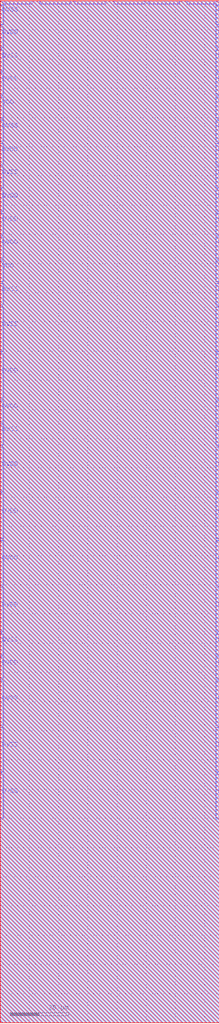
<source format=lef>
# Copyright 2022 GlobalFoundries PDK Authors
#
# Licensed under the Apache License, Version 2.0 (the "License");
# you may not use this file except in compliance with the License.
# You may obtain a copy of the License at
#
#     http://www.apache.org/licenses/LICENSE-2.0
#
# Unless required by applicable law or agreed to in writing, software
# distributed under the License is distributed on an "AS IS" BASIS,
# WITHOUT WARRANTIES OR CONDITIONS OF ANY KIND, either express or implied.
# See the License for the specific language governing permissions and
# limitations under the License.

MACRO gf180mcu_ocd_io__dvss
  CLASS PAD POWER ;
  ORIGIN 0 0 ;
  FOREIGN gf180mcu_ocd_io__dvss 0 0 ;
  SIZE 75 BY 350 ;
  SYMMETRY X Y R90 ;
  SITE GF_IO_Site ;
  PIN DVSS
    DIRECTION INOUT ;
    USE GROUND ;
    PORT
      LAYER Metal3 ;
        RECT 74 102 75 117 ;
    END
    PORT
      LAYER Metal3 ;
        RECT 74 86 75 101 ;
    END
    PORT
      LAYER Metal3 ;
        RECT 74 70 75 85 ;
    END
    PORT
      LAYER Metal3 ;
        RECT 74 126 75 133 ;
    END
    PORT
      LAYER Metal3 ;
        RECT 74 198 75 205 ;
    END
    PORT
      LAYER Metal3 ;
        RECT 74 230 75 245 ;
    END
    PORT
      LAYER Metal3 ;
        RECT 74 246 75 253 ;
    END
    PORT
      LAYER Metal3 ;
        RECT 74 286 75 293 ;
    END
    PORT
      LAYER Metal3 ;
        RECT 74 302 75 309 ;
    END
    PORT
      LAYER Metal3 ;
        RECT 74 318 75 325 ;
    END
    PORT
      LAYER Metal3 ;
        RECT 74 326 75 333 ;
    END
    PORT
      LAYER Metal3 ;
        RECT 74 342 75 348.39 ;
    END
    PORT
        CLASS CORE ;
      LAYER Metal2 ;
        RECT 1.36 349 10.86 350 ;
    END
    PORT
        CLASS CORE ;
      LAYER Metal2 ;
        RECT 13.76 349 24.01 350 ;
    END
    PORT
        CLASS CORE ;
      LAYER Metal2 ;
        RECT 25.61 349 35.86 350 ;
    END
    PORT
        CLASS CORE ;
      LAYER Metal2 ;
        RECT 39.14 349 49.39 350 ;
    END
    PORT
        CLASS CORE ;
      LAYER Metal2 ;
        RECT 50.99 349 61.24 350 ;
    END
    PORT
      LAYER Metal3 ;
        RECT 0 342 1 348.39 ;
    END
    PORT
      LAYER Metal3 ;
        RECT 0 326 1 333 ;
    END
    PORT
      LAYER Metal3 ;
        RECT 0 318 1 325 ;
    END
    PORT
      LAYER Metal3 ;
        RECT 0 302 1 309 ;
    END
    PORT
      LAYER Metal3 ;
        RECT 0 286 1 293 ;
    END
    PORT
      LAYER Metal3 ;
        RECT 0 246 1 253 ;
    END
    PORT
      LAYER Metal3 ;
        RECT 0 230 1 245 ;
    END
    PORT
      LAYER Metal3 ;
        RECT 0 198 1 205 ;
    END
    PORT
      LAYER Metal3 ;
        RECT 0 126 1 133 ;
    END
    PORT
      LAYER Metal3 ;
        RECT 0 70 1 85 ;
    END
    PORT
      LAYER Metal3 ;
        RECT 0 86 1 101 ;
    END
    PORT
      LAYER Metal3 ;
        RECT 0 102 1 117 ;
    END
    PORT
        CLASS CORE ;
      LAYER Metal2 ;
        RECT 64.14 349 73.64 350 ;
    END
  END DVSS
  PIN DVDD
    DIRECTION INOUT ;
    USE POWER ;
    PORT
      LAYER Metal3 ;
        RECT 74 118 75 125 ;
    END
    PORT
      LAYER Metal3 ;
        RECT 74 182 75 197 ;
    END
    PORT
      LAYER Metal3 ;
        RECT 74 166 75 181 ;
    END
    PORT
      LAYER Metal3 ;
        RECT 74 150 75 165 ;
    END
    PORT
      LAYER Metal3 ;
        RECT 74 134 75 149 ;
    END
    PORT
      LAYER Metal3 ;
        RECT 74 214 75 229 ;
    END
    PORT
      LAYER Metal3 ;
        RECT 74 206 75 213 ;
    END
    PORT
      LAYER Metal3 ;
        RECT 74 278 75 285 ;
    END
    PORT
      LAYER Metal3 ;
        RECT 74 270 75 277 ;
    END
    PORT
      LAYER Metal3 ;
        RECT 74 262 75 269 ;
    END
    PORT
      LAYER Metal3 ;
        RECT 74 294 75 301 ;
    END
    PORT
      LAYER Metal3 ;
        RECT 74 334 75 341 ;
    END
    PORT
      LAYER Metal3 ;
        RECT 0 334 1 341 ;
    END
    PORT
      LAYER Metal3 ;
        RECT 0 294 1 301 ;
    END
    PORT
      LAYER Metal3 ;
        RECT 0 262 1 269 ;
    END
    PORT
      LAYER Metal3 ;
        RECT 0 270 1 277 ;
    END
    PORT
      LAYER Metal3 ;
        RECT 0 278 1 285 ;
    END
    PORT
      LAYER Metal3 ;
        RECT 0 206 1 213 ;
    END
    PORT
      LAYER Metal3 ;
        RECT 0 214 1 229 ;
    END
    PORT
      LAYER Metal3 ;
        RECT 0 134 1 149 ;
    END
    PORT
      LAYER Metal3 ;
        RECT 0 150 1 165 ;
    END
    PORT
      LAYER Metal3 ;
        RECT 0 166 1 181 ;
    END
    PORT
      LAYER Metal3 ;
        RECT 0 182 1 197 ;
    END
    PORT
      LAYER Metal3 ;
        RECT 0 118 1 125 ;
    END
  END DVDD
  PIN VDD
    DIRECTION INOUT ;
    USE POWER ;
    PORT
      LAYER Metal3 ;
        RECT 74 254 75 261 ;
    END
    PORT
      LAYER Metal3 ;
        RECT 74 310 75 317 ;
    END
    PORT
      LAYER Metal3 ;
        RECT 0 310 1 317 ;
    END
    PORT
      LAYER Metal3 ;
        RECT 0 254 1 261 ;
    END
  END VDD
  OBS
    LAYER Metal1 ;
      RECT 0 0 75 350 ;
    LAYER Metal2 ;
      POLYGON 75 350 73.92 350 73.92 348.72 63.86 348.72 63.86 350 61.52 350 61.52 348.72 50.71 348.72 50.71 350 49.67 350 49.67 348.72 38.86 348.72 38.86 350 36.14 350 36.14 348.72 25.33 348.72 25.33 350 24.29 350 24.29 348.72 13.48 348.72 13.48 350 11.14 350 11.14 348.72 1.08 348.72 1.08 350 0 350 0 0 75 0 ;
    LAYER Metal3 ;
      POLYGON 75 69.72 73.72 69.72 73.72 85.28 75 85.28 75 85.72 73.72 85.72 73.72 101.28 75 101.28 75 101.72 73.72 101.72 73.72 117.28 75 117.28 75 117.72 73.72 117.72 73.72 125.28 75 125.28 75 125.72 73.72 125.72 73.72 133.28 75 133.28 75 133.72 73.72 133.72 73.72 149.28 75 149.28 75 149.72 73.72 149.72 73.72 165.28 75 165.28 75 165.72 73.72 165.72 73.72 181.28 75 181.28 75 181.72 73.72 181.72 73.72 197.28 75 197.28 75 197.72 73.72 197.72 73.72 205.28 75 205.28 75 205.72 73.72 205.72 73.72 213.28 75 213.28 75 213.72 73.72 213.72 73.72 229.28 75 229.28 75 229.72 73.72 229.72 73.72 245.28 75 245.28 75 245.72 73.72 245.72 73.72 253.28 75 253.28 75 253.72 73.72 253.72 73.72 261.28 75 261.28 75 261.72 73.72 261.72 73.72 269.28 75 269.28 75 269.72 73.72 269.72 73.72 277.28 75 277.28 75 277.72 73.72 277.72 73.72 285.28 75 285.28 75 285.72 73.72 285.72 73.72 293.28 75 293.28 75 293.72 73.72 293.72 73.72 301.28 75 301.28 75 301.72 73.72 301.72 73.72 309.28 75 309.28 75 309.72 73.72 309.72 73.72 317.28 75 317.28 75 317.72 73.72 317.72 73.72 325.28 75 325.28 75 325.72 73.72 325.72 73.72 333.28 75 333.28 75 333.72 73.72 333.72 73.72 341.28 75 341.28 75 341.72 73.72 341.72 73.72 348.67 75 348.67 75 350 0 350 0 348.67 1.28 348.67 1.28 341.72 0 341.72 0 341.28 1.28 341.28 1.28 333.72 0 333.72 0 333.28 1.28 333.28 1.28 325.72 0 325.72 0 325.28 1.28 325.28 1.28 317.72 0 317.72 0 317.28 1.28 317.28 1.28 309.72 0 309.72 0 309.28 1.28 309.28 1.28 301.72 0 301.72 0 301.28 1.28 301.28 1.28 293.72 0 293.72 0 293.28 1.28 293.28 1.28 285.72 0 285.72 0 285.28 1.28 285.28 1.28 277.72 0 277.72 0 277.28 1.28 277.28 1.28 269.72 0 269.72 0 269.28 1.28 269.28 1.28 261.72 0 261.72 0 261.28 1.28 261.28 1.28 253.72 0 253.72 0 253.28 1.28 253.28 1.28 245.72 0 245.72 0 245.28 1.28 245.28 1.28 229.72 0 229.72 0 229.28 1.28 229.28 1.28 213.72 0 213.72 0 213.28 1.28 213.28 1.28 205.72 0 205.72 0 205.28 1.28 205.28 1.28 197.72 0 197.72 0 197.28 1.28 197.28 1.28 181.72 0 181.72 0 181.28 1.28 181.28 1.28 165.72 0 165.72 0 165.28 1.28 165.28 1.28 149.72 0 149.72 0 149.28 1.28 149.28 1.28 133.72 0 133.72 0 133.28 1.28 133.28 1.28 125.72 0 125.72 0 125.28 1.28 125.28 1.28 117.72 0 117.72 0 117.28 1.28 117.28 1.28 101.72 0 101.72 0 101.28 1.28 101.28 1.28 85.72 0 85.72 0 85.28 1.28 85.28 1.28 69.72 0 69.72 0 0 75 0 ;
    LAYER Via1 ;
      RECT 0 0 75 350 ;
    LAYER Via2 ;
      RECT 0 0 75 350 ;
  END

END gf180mcu_ocd_io__dvss

</source>
